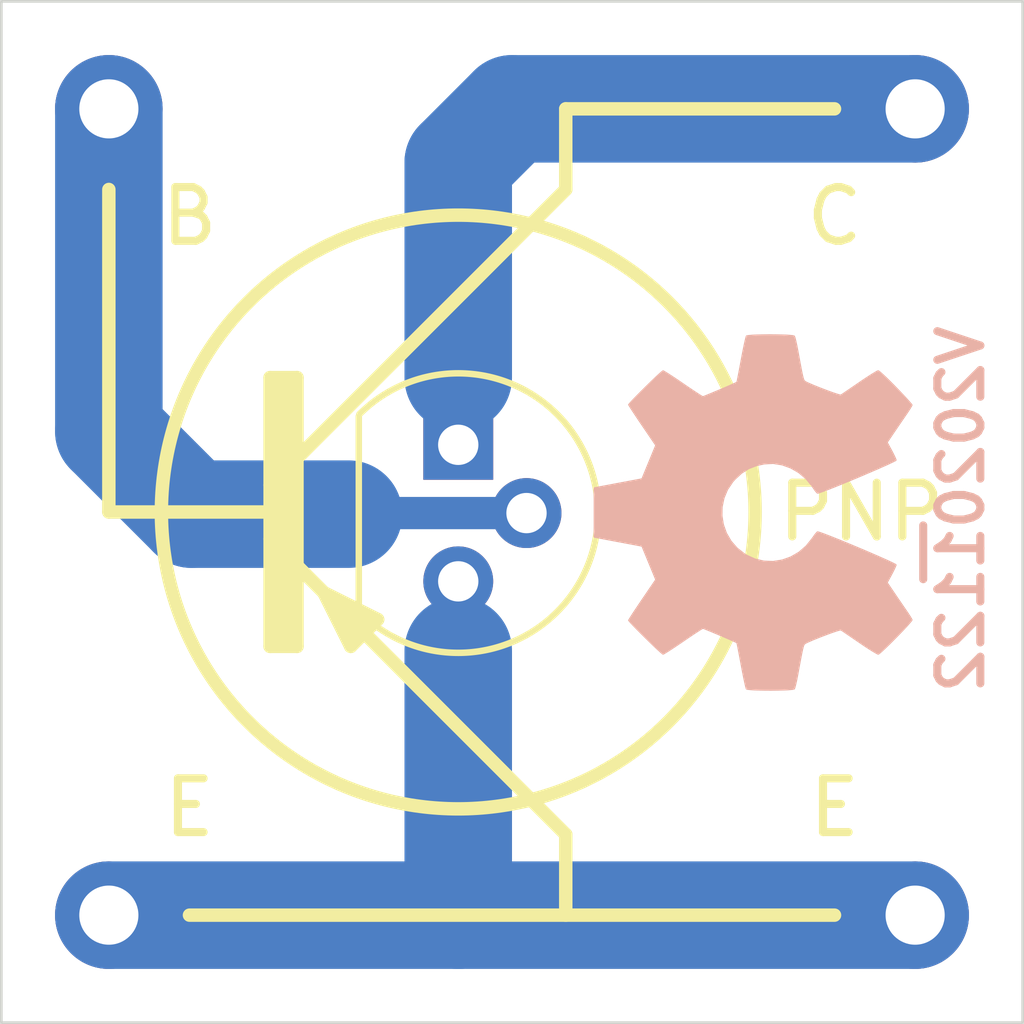
<source format=kicad_pcb>
(kicad_pcb (version 20171130) (host pcbnew 5.1.8-db9833491~87~ubuntu20.04.1)

  (general
    (thickness 1.6)
    (drawings 24)
    (tracks 13)
    (zones 0)
    (modules 7)
    (nets 4)
  )

  (page A4)
  (layers
    (0 F.Cu signal)
    (31 B.Cu signal)
    (32 B.Adhes user)
    (33 F.Adhes user)
    (34 B.Paste user)
    (35 F.Paste user)
    (36 B.SilkS user)
    (37 F.SilkS user)
    (38 B.Mask user)
    (39 F.Mask user)
    (40 Dwgs.User user)
    (41 Cmts.User user)
    (42 Eco1.User user)
    (43 Eco2.User user)
    (44 Edge.Cuts user)
    (45 Margin user)
    (46 B.CrtYd user)
    (47 F.CrtYd user)
    (48 B.Fab user)
    (49 F.Fab user)
  )

  (setup
    (last_trace_width 0.6)
    (user_trace_width 0.2)
    (user_trace_width 0.3)
    (user_trace_width 0.4)
    (user_trace_width 0.6)
    (user_trace_width 0.8)
    (user_trace_width 1)
    (user_trace_width 1.2)
    (user_trace_width 1.4)
    (user_trace_width 1.6)
    (user_trace_width 2)
    (trace_clearance 0.2)
    (zone_clearance 0.508)
    (zone_45_only no)
    (trace_min 0.1524)
    (via_size 0.8)
    (via_drill 0.4)
    (via_min_size 0.381)
    (via_min_drill 0.254)
    (user_via 0.4 0.254)
    (user_via 0.5 0.3)
    (user_via 0.6 0.4)
    (user_via 0.8 0.6)
    (user_via 1.1 0.8)
    (user_via 1.3 1)
    (user_via 1.5 1.2)
    (user_via 1.7 1.4)
    (user_via 1.9 1.6)
    (user_via 2.5 2)
    (uvia_size 0.3)
    (uvia_drill 0.1)
    (uvias_allowed no)
    (uvia_min_size 0.2)
    (uvia_min_drill 0.1)
    (edge_width 0.05)
    (segment_width 0.2)
    (pcb_text_width 0.3)
    (pcb_text_size 1.5 1.5)
    (mod_edge_width 0.25)
    (mod_text_size 0.8 0.8)
    (mod_text_width 0.12)
    (pad_size 1.524 1.524)
    (pad_drill 0.762)
    (pad_to_mask_clearance 0.0762)
    (solder_mask_min_width 0.1016)
    (pad_to_paste_clearance_ratio -0.1)
    (aux_axis_origin 0 0)
    (visible_elements FFFFFF7F)
    (pcbplotparams
      (layerselection 0x010fc_ffffffff)
      (usegerberextensions false)
      (usegerberattributes true)
      (usegerberadvancedattributes true)
      (creategerberjobfile true)
      (excludeedgelayer true)
      (linewidth 0.100000)
      (plotframeref false)
      (viasonmask false)
      (mode 1)
      (useauxorigin false)
      (hpglpennumber 1)
      (hpglpenspeed 20)
      (hpglpendiameter 15.000000)
      (psnegative false)
      (psa4output false)
      (plotreference true)
      (plotvalue true)
      (plotinvisibletext false)
      (padsonsilk false)
      (subtractmaskfromsilk false)
      (outputformat 1)
      (mirror false)
      (drillshape 1)
      (scaleselection 1)
      (outputdirectory ""))
  )

  (net 0 "")
  (net 1 "Net-(J1-Pad1)")
  (net 2 "Net-(J2-Pad1)")
  (net 3 "Net-(J3-Pad1)")

  (net_class Default "This is the default net class."
    (clearance 0.2)
    (trace_width 0.25)
    (via_dia 0.8)
    (via_drill 0.4)
    (uvia_dia 0.3)
    (uvia_drill 0.1)
    (add_net "Net-(J1-Pad1)")
    (add_net "Net-(J2-Pad1)")
    (add_net "Net-(J3-Pad1)")
  )

  (module Package_TO_SOT_THT:TO-92 (layer F.Cu) (tedit 5A279852) (tstamp 5FB591B5)
    (at 148.5 69.25 270)
    (descr "TO-92 leads molded, narrow, drill 0.75mm (see NXP sot054_po.pdf)")
    (tags "to-92 sc-43 sc-43a sot54 PA33 transistor")
    (path /5FB5ABA9)
    (fp_text reference Q1 (at 1.27 0 90) (layer F.Fab)
      (effects (font (size 1 1) (thickness 0.15)))
    )
    (fp_text value BC547 (at 1.27 2.79 90) (layer F.Fab)
      (effects (font (size 1 1) (thickness 0.15)))
    )
    (fp_arc (start 1.27 0) (end 1.27 -2.6) (angle 135) (layer F.SilkS) (width 0.12))
    (fp_arc (start 1.27 0) (end 1.27 -2.48) (angle -135) (layer F.Fab) (width 0.1))
    (fp_arc (start 1.27 0) (end 1.27 -2.6) (angle -135) (layer F.SilkS) (width 0.12))
    (fp_arc (start 1.27 0) (end 1.27 -2.48) (angle 135) (layer F.Fab) (width 0.1))
    (fp_text user %R (at 1.27 0 90) (layer F.Fab)
      (effects (font (size 1 1) (thickness 0.15)))
    )
    (fp_line (start -0.53 1.85) (end 3.07 1.85) (layer F.SilkS) (width 0.12))
    (fp_line (start -0.5 1.75) (end 3 1.75) (layer F.Fab) (width 0.1))
    (fp_line (start -1.46 -2.73) (end 4 -2.73) (layer F.CrtYd) (width 0.05))
    (fp_line (start -1.46 -2.73) (end -1.46 2.01) (layer F.CrtYd) (width 0.05))
    (fp_line (start 4 2.01) (end 4 -2.73) (layer F.CrtYd) (width 0.05))
    (fp_line (start 4 2.01) (end -1.46 2.01) (layer F.CrtYd) (width 0.05))
    (pad 1 thru_hole rect (at 0 0 270) (size 1.3 1.3) (drill 0.75) (layers *.Cu *.Mask)
      (net 3 "Net-(J3-Pad1)"))
    (pad 3 thru_hole circle (at 2.54 0 270) (size 1.3 1.3) (drill 0.75) (layers *.Cu *.Mask)
      (net 2 "Net-(J2-Pad1)"))
    (pad 2 thru_hole circle (at 1.27 -1.27 270) (size 1.3 1.3) (drill 0.75) (layers *.Cu *.Mask)
      (net 1 "Net-(J1-Pad1)"))
    (model ${KISYS3DMOD}/Package_TO_SOT_THT.3dshapes/TO-92.wrl
      (at (xyz 0 0 0))
      (scale (xyz 1 1 1))
      (rotate (xyz 0 0 0))
    )
  )

  (module mill-max:PC_pin_nail_head_6092 locked (layer F.Cu) (tedit 5FB583BD) (tstamp 5FB5E4C9)
    (at 157 78)
    (path /5FB5975F)
    (fp_text reference J4 (at -3 0) (layer F.Fab)
      (effects (font (size 1 1) (thickness 0.15)))
    )
    (fp_text value E (at -1.5 -2) (layer F.SilkS)
      (effects (font (size 1 1) (thickness 0.15)))
    )
    (fp_circle (center 0 0) (end 1.3 0) (layer B.CrtYd) (width 0.025))
    (fp_circle (center 0 0) (end 1.3 0) (layer F.CrtYd) (width 0.025))
    (pad 1 thru_hole circle (at 0 0) (size 2 2) (drill 1.1) (layers *.Cu *.Mask)
      (net 2 "Net-(J2-Pad1)"))
  )

  (module mill-max:PC_pin_nail_head_6092 locked (layer F.Cu) (tedit 5FB583BD) (tstamp 5FB5E4C2)
    (at 157 63)
    (path /5FB592C5)
    (fp_text reference J3 (at -3 0) (layer F.Fab)
      (effects (font (size 1 1) (thickness 0.15)))
    )
    (fp_text value C (at -1.5 2) (layer F.SilkS)
      (effects (font (size 1 1) (thickness 0.15)))
    )
    (fp_circle (center 0 0) (end 1.3 0) (layer B.CrtYd) (width 0.025))
    (fp_circle (center 0 0) (end 1.3 0) (layer F.CrtYd) (width 0.025))
    (pad 1 thru_hole circle (at 0 0) (size 2 2) (drill 1.1) (layers *.Cu *.Mask)
      (net 3 "Net-(J3-Pad1)"))
  )

  (module mill-max:PC_pin_nail_head_6092 locked (layer F.Cu) (tedit 5FB583BD) (tstamp 5FB5E4BB)
    (at 142 78)
    (path /5FB58352)
    (fp_text reference J2 (at 3 0) (layer F.Fab)
      (effects (font (size 1 1) (thickness 0.15)))
    )
    (fp_text value E (at 1.5 -2) (layer F.SilkS)
      (effects (font (size 1 1) (thickness 0.15)))
    )
    (fp_circle (center 0 0) (end 1.3 0) (layer B.CrtYd) (width 0.025))
    (fp_circle (center 0 0) (end 1.3 0) (layer F.CrtYd) (width 0.025))
    (pad 1 thru_hole circle (at 0 0) (size 2 2) (drill 1.1) (layers *.Cu *.Mask)
      (net 2 "Net-(J2-Pad1)"))
  )

  (module mill-max:PC_pin_nail_head_6092 locked (layer F.Cu) (tedit 5FB583BD) (tstamp 5FB5E4B4)
    (at 142 63)
    (path /5FB58B49)
    (fp_text reference J1 (at 3 0) (layer F.Fab)
      (effects (font (size 1 1) (thickness 0.15)))
    )
    (fp_text value B (at 1.5 2) (layer F.SilkS)
      (effects (font (size 1 1) (thickness 0.15)))
    )
    (fp_circle (center 0 0) (end 1.3 0) (layer B.CrtYd) (width 0.025))
    (fp_circle (center 0 0) (end 1.3 0) (layer F.CrtYd) (width 0.025))
    (pad 1 thru_hole circle (at 0 0) (size 2 2) (drill 1.1) (layers *.Cu *.Mask)
      (net 1 "Net-(J1-Pad1)"))
  )

  (module Symbol:OSHW-Symbol_6.7x6mm_SilkScreen (layer B.Cu) (tedit 0) (tstamp 5EE12086)
    (at 154 70.5 270)
    (descr "Open Source Hardware Symbol")
    (tags "Logo Symbol OSHW")
    (path /5EE13678)
    (attr virtual)
    (fp_text reference N2 (at 0 0 90) (layer B.SilkS) hide
      (effects (font (size 1 1) (thickness 0.15)) (justify mirror))
    )
    (fp_text value OHWLOGO (at 0.75 0 90) (layer B.Fab) hide
      (effects (font (size 1 1) (thickness 0.15)) (justify mirror))
    )
    (fp_poly (pts (xy 0.555814 2.531069) (xy 0.639635 2.086445) (xy 0.94892 1.958947) (xy 1.258206 1.831449)
      (xy 1.629246 2.083754) (xy 1.733157 2.154004) (xy 1.827087 2.216728) (xy 1.906652 2.269062)
      (xy 1.96747 2.308143) (xy 2.005157 2.331107) (xy 2.015421 2.336058) (xy 2.03391 2.323324)
      (xy 2.07342 2.288118) (xy 2.129522 2.234938) (xy 2.197787 2.168282) (xy 2.273786 2.092646)
      (xy 2.353092 2.012528) (xy 2.431275 1.932426) (xy 2.503907 1.856836) (xy 2.566559 1.790255)
      (xy 2.614803 1.737182) (xy 2.64421 1.702113) (xy 2.651241 1.690377) (xy 2.641123 1.66874)
      (xy 2.612759 1.621338) (xy 2.569129 1.552807) (xy 2.513218 1.467785) (xy 2.448006 1.370907)
      (xy 2.410219 1.31565) (xy 2.341343 1.214752) (xy 2.28014 1.123701) (xy 2.229578 1.04703)
      (xy 2.192628 0.989272) (xy 2.172258 0.954957) (xy 2.169197 0.947746) (xy 2.176136 0.927252)
      (xy 2.195051 0.879487) (xy 2.223087 0.811168) (xy 2.257391 0.729011) (xy 2.295109 0.63973)
      (xy 2.333387 0.550042) (xy 2.36937 0.466662) (xy 2.400206 0.396306) (xy 2.423039 0.34569)
      (xy 2.435017 0.321529) (xy 2.435724 0.320578) (xy 2.454531 0.315964) (xy 2.504618 0.305672)
      (xy 2.580793 0.290713) (xy 2.677865 0.272099) (xy 2.790643 0.250841) (xy 2.856442 0.238582)
      (xy 2.97695 0.215638) (xy 3.085797 0.193805) (xy 3.177476 0.174278) (xy 3.246481 0.158252)
      (xy 3.287304 0.146921) (xy 3.295511 0.143326) (xy 3.303548 0.118994) (xy 3.310033 0.064041)
      (xy 3.31497 -0.015108) (xy 3.318364 -0.112026) (xy 3.320218 -0.220287) (xy 3.320538 -0.333465)
      (xy 3.319327 -0.445135) (xy 3.31659 -0.548868) (xy 3.312331 -0.638241) (xy 3.306555 -0.706826)
      (xy 3.299267 -0.748197) (xy 3.294895 -0.75681) (xy 3.268764 -0.767133) (xy 3.213393 -0.781892)
      (xy 3.136107 -0.799352) (xy 3.04423 -0.81778) (xy 3.012158 -0.823741) (xy 2.857524 -0.852066)
      (xy 2.735375 -0.874876) (xy 2.641673 -0.89308) (xy 2.572384 -0.907583) (xy 2.523471 -0.919292)
      (xy 2.490897 -0.929115) (xy 2.470628 -0.937956) (xy 2.458626 -0.946724) (xy 2.456947 -0.948457)
      (xy 2.440184 -0.976371) (xy 2.414614 -1.030695) (xy 2.382788 -1.104777) (xy 2.34726 -1.191965)
      (xy 2.310583 -1.285608) (xy 2.275311 -1.379052) (xy 2.243996 -1.465647) (xy 2.219193 -1.53874)
      (xy 2.203454 -1.591678) (xy 2.199332 -1.617811) (xy 2.199676 -1.618726) (xy 2.213641 -1.640086)
      (xy 2.245322 -1.687084) (xy 2.291391 -1.754827) (xy 2.348518 -1.838423) (xy 2.413373 -1.932982)
      (xy 2.431843 -1.959854) (xy 2.497699 -2.057275) (xy 2.55565 -2.146163) (xy 2.602538 -2.221412)
      (xy 2.635207 -2.27792) (xy 2.6505 -2.310581) (xy 2.651241 -2.314593) (xy 2.638392 -2.335684)
      (xy 2.602888 -2.377464) (xy 2.549293 -2.435445) (xy 2.482171 -2.505135) (xy 2.406087 -2.582045)
      (xy 2.325604 -2.661683) (xy 2.245287 -2.739561) (xy 2.169699 -2.811186) (xy 2.103405 -2.87207)
      (xy 2.050969 -2.917721) (xy 2.016955 -2.94365) (xy 2.007545 -2.947883) (xy 1.985643 -2.937912)
      (xy 1.9408 -2.91102) (xy 1.880321 -2.871736) (xy 1.833789 -2.840117) (xy 1.749475 -2.782098)
      (xy 1.649626 -2.713784) (xy 1.549473 -2.645579) (xy 1.495627 -2.609075) (xy 1.313371 -2.4858)
      (xy 1.160381 -2.56852) (xy 1.090682 -2.604759) (xy 1.031414 -2.632926) (xy 0.991311 -2.648991)
      (xy 0.981103 -2.651226) (xy 0.968829 -2.634722) (xy 0.944613 -2.588082) (xy 0.910263 -2.515609)
      (xy 0.867588 -2.421606) (xy 0.818394 -2.310374) (xy 0.76449 -2.186215) (xy 0.707684 -2.053432)
      (xy 0.649782 -1.916327) (xy 0.592593 -1.779202) (xy 0.537924 -1.646358) (xy 0.487584 -1.522098)
      (xy 0.44338 -1.410725) (xy 0.407119 -1.316539) (xy 0.380609 -1.243844) (xy 0.365658 -1.196941)
      (xy 0.363254 -1.180833) (xy 0.382311 -1.160286) (xy 0.424036 -1.126933) (xy 0.479706 -1.087702)
      (xy 0.484378 -1.084599) (xy 0.628264 -0.969423) (xy 0.744283 -0.835053) (xy 0.83143 -0.685784)
      (xy 0.888699 -0.525913) (xy 0.915086 -0.359737) (xy 0.909585 -0.191552) (xy 0.87119 -0.025655)
      (xy 0.798895 0.133658) (xy 0.777626 0.168513) (xy 0.666996 0.309263) (xy 0.536302 0.422286)
      (xy 0.390064 0.506997) (xy 0.232808 0.562806) (xy 0.069057 0.589126) (xy -0.096667 0.58537)
      (xy -0.259838 0.55095) (xy -0.415935 0.485277) (xy -0.560433 0.387765) (xy -0.605131 0.348187)
      (xy -0.718888 0.224297) (xy -0.801782 0.093876) (xy -0.858644 -0.052315) (xy -0.890313 -0.197088)
      (xy -0.898131 -0.35986) (xy -0.872062 -0.52344) (xy -0.814755 -0.682298) (xy -0.728856 -0.830906)
      (xy -0.617014 -0.963735) (xy -0.481877 -1.075256) (xy -0.464117 -1.087011) (xy -0.40785 -1.125508)
      (xy -0.365077 -1.158863) (xy -0.344628 -1.18016) (xy -0.344331 -1.180833) (xy -0.348721 -1.203871)
      (xy -0.366124 -1.256157) (xy -0.394732 -1.33339) (xy -0.432735 -1.431268) (xy -0.478326 -1.545491)
      (xy -0.529697 -1.671758) (xy -0.585038 -1.805767) (xy -0.642542 -1.943218) (xy -0.700399 -2.079808)
      (xy -0.756802 -2.211237) (xy -0.809942 -2.333205) (xy -0.85801 -2.441409) (xy -0.899199 -2.531549)
      (xy -0.931699 -2.599323) (xy -0.953703 -2.64043) (xy -0.962564 -2.651226) (xy -0.98964 -2.642819)
      (xy -1.040303 -2.620272) (xy -1.105817 -2.587613) (xy -1.141841 -2.56852) (xy -1.294832 -2.4858)
      (xy -1.477088 -2.609075) (xy -1.570125 -2.672228) (xy -1.671985 -2.741727) (xy -1.767438 -2.807165)
      (xy -1.81525 -2.840117) (xy -1.882495 -2.885273) (xy -1.939436 -2.921057) (xy -1.978646 -2.942938)
      (xy -1.991381 -2.947563) (xy -2.009917 -2.935085) (xy -2.050941 -2.900252) (xy -2.110475 -2.846678)
      (xy -2.184542 -2.777983) (xy -2.269165 -2.697781) (xy -2.322685 -2.646286) (xy -2.416319 -2.554286)
      (xy -2.497241 -2.471999) (xy -2.562177 -2.402945) (xy -2.607858 -2.350644) (xy -2.631011 -2.318616)
      (xy -2.633232 -2.312116) (xy -2.622924 -2.287394) (xy -2.594439 -2.237405) (xy -2.550937 -2.167212)
      (xy -2.495577 -2.081875) (xy -2.43152 -1.986456) (xy -2.413303 -1.959854) (xy -2.346927 -1.863167)
      (xy -2.287378 -1.776117) (xy -2.237984 -1.703595) (xy -2.202075 -1.650493) (xy -2.182981 -1.621703)
      (xy -2.181136 -1.618726) (xy -2.183895 -1.595782) (xy -2.198538 -1.545336) (xy -2.222513 -1.474041)
      (xy -2.253266 -1.388547) (xy -2.288244 -1.295507) (xy -2.324893 -1.201574) (xy -2.360661 -1.113399)
      (xy -2.392994 -1.037634) (xy -2.419338 -0.980931) (xy -2.437142 -0.949943) (xy -2.438407 -0.948457)
      (xy -2.449294 -0.939601) (xy -2.467682 -0.930843) (xy -2.497606 -0.921277) (xy -2.543103 -0.909996)
      (xy -2.608209 -0.896093) (xy -2.696961 -0.878663) (xy -2.813393 -0.856798) (xy -2.961542 -0.829591)
      (xy -2.993618 -0.823741) (xy -3.088686 -0.805374) (xy -3.171565 -0.787405) (xy -3.23493 -0.771569)
      (xy -3.271458 -0.7596) (xy -3.276356 -0.75681) (xy -3.284427 -0.732072) (xy -3.290987 -0.67679)
      (xy -3.296033 -0.597389) (xy -3.299559 -0.500296) (xy -3.301561 -0.391938) (xy -3.302036 -0.27874)
      (xy -3.300977 -0.167128) (xy -3.298382 -0.063529) (xy -3.294246 0.025632) (xy -3.288563 0.093928)
      (xy -3.281331 0.134934) (xy -3.276971 0.143326) (xy -3.252698 0.151792) (xy -3.197426 0.165565)
      (xy -3.116662 0.18345) (xy -3.015912 0.204252) (xy -2.900683 0.226777) (xy -2.837902 0.238582)
      (xy -2.718787 0.260849) (xy -2.612565 0.281021) (xy -2.524427 0.298085) (xy -2.459566 0.311031)
      (xy -2.423174 0.318845) (xy -2.417184 0.320578) (xy -2.407061 0.34011) (xy -2.385662 0.387157)
      (xy -2.355839 0.454997) (xy -2.320445 0.536909) (xy -2.282332 0.626172) (xy -2.244353 0.716065)
      (xy -2.20936 0.799865) (xy -2.180206 0.870853) (xy -2.159743 0.922306) (xy -2.150823 0.947503)
      (xy -2.150657 0.948604) (xy -2.160769 0.968481) (xy -2.189117 1.014223) (xy -2.232723 1.081283)
      (xy -2.288606 1.165116) (xy -2.353787 1.261174) (xy -2.391679 1.31635) (xy -2.460725 1.417519)
      (xy -2.52205 1.50937) (xy -2.572663 1.587256) (xy -2.609571 1.646531) (xy -2.629782 1.682549)
      (xy -2.632701 1.690623) (xy -2.620153 1.709416) (xy -2.585463 1.749543) (xy -2.533063 1.806507)
      (xy -2.467384 1.875815) (xy -2.392856 1.952969) (xy -2.313913 2.033475) (xy -2.234983 2.112837)
      (xy -2.1605 2.18656) (xy -2.094894 2.250148) (xy -2.042596 2.299106) (xy -2.008039 2.328939)
      (xy -1.996478 2.336058) (xy -1.977654 2.326047) (xy -1.932631 2.297922) (xy -1.865787 2.254546)
      (xy -1.781499 2.198782) (xy -1.684144 2.133494) (xy -1.610707 2.083754) (xy -1.239667 1.831449)
      (xy -0.621095 2.086445) (xy -0.537275 2.531069) (xy -0.453454 2.975693) (xy 0.471994 2.975693)
      (xy 0.555814 2.531069)) (layer B.SilkS) (width 0.01))
  )

  (module SquantorLabels:Label_Generic (layer B.Cu) (tedit 5D8A7D4C) (tstamp 5EE12051)
    (at 157.75 71.25 90)
    (descr "Label for general purpose use")
    (tags Label)
    (path /5EE12BF3)
    (attr smd)
    (fp_text reference N1 (at 0 -1.85 90) (layer B.Fab) hide
      (effects (font (size 1 1) (thickness 0.15)) (justify mirror))
    )
    (fp_text value V20201122 (at 0.8 0.1 90) (layer B.SilkS)
      (effects (font (size 0.8 0.8) (thickness 0.15)) (justify mirror))
    )
    (fp_line (start -0.5 -0.6) (end 0.5 -0.6) (layer B.SilkS) (width 0.15))
  )

  (gr_poly (pts (xy 147 72.5) (xy 146.5 73) (xy 146 72)) (layer F.SilkS) (width 0.1))
  (gr_line (start 146.5 73) (end 146 72) (layer F.SilkS) (width 0.25) (tstamp 5FB58F96))
  (gr_line (start 147 72.5) (end 146.5 73) (layer F.SilkS) (width 0.25))
  (gr_line (start 146 72) (end 147 72.5) (layer F.SilkS) (width 0.25))
  (gr_poly (pts (xy 145.5 73) (xy 145 73) (xy 145 68) (xy 145.5 68)) (layer F.SilkS) (width 0.1))
  (gr_line (start 150.5 63) (end 155.5 63) (layer F.SilkS) (width 0.25))
  (gr_line (start 150.5 64.5) (end 150.5 63) (layer F.SilkS) (width 0.25))
  (gr_line (start 145 70) (end 150.5 64.5) (layer F.SilkS) (width 0.25))
  (gr_line (start 150.5 76.5) (end 145 71) (layer F.SilkS) (width 0.25))
  (gr_line (start 150.5 78) (end 150.5 76.5) (layer F.SilkS) (width 0.25))
  (gr_line (start 145 73) (end 145 70.5) (layer F.SilkS) (width 0.25) (tstamp 5FB592BA))
  (gr_line (start 145.5 73) (end 145 73) (layer F.SilkS) (width 0.25))
  (gr_line (start 145.5 68) (end 145.5 73) (layer F.SilkS) (width 0.25))
  (gr_line (start 145 68) (end 145.5 68) (layer F.SilkS) (width 0.25))
  (gr_line (start 145 70.5) (end 145 68) (layer F.SilkS) (width 0.25))
  (gr_line (start 142 70.5) (end 145 70.5) (layer F.SilkS) (width 0.25))
  (gr_line (start 142 64.5) (end 142 70.5) (layer F.SilkS) (width 0.25))
  (gr_text PNP (at 156 70.5) (layer F.SilkS)
    (effects (font (size 1 1) (thickness 0.15)))
  )
  (gr_circle (center 148.5 70.5) (end 154 71) (layer F.SilkS) (width 0.25))
  (gr_line (start 143.5 78) (end 155.5 78) (layer F.SilkS) (width 0.25))
  (gr_line (start 159 61) (end 140 61) (layer Edge.Cuts) (width 0.05) (tstamp 5FB5E506))
  (gr_line (start 159 61) (end 159 80) (layer Edge.Cuts) (width 0.05) (tstamp 5FB5E4FA))
  (gr_line (start 140 80) (end 159 80) (layer Edge.Cuts) (width 0.05) (tstamp 5FB5E4F5))
  (gr_line (start 140 80) (end 140 61) (layer Edge.Cuts) (width 0.05))

  (segment (start 142 69) (end 142 63) (width 2) (layer B.Cu) (net 1))
  (segment (start 143.54 70.54) (end 142 69) (width 2) (layer B.Cu) (net 1))
  (segment (start 143.54 70.54) (end 146.46 70.54) (width 2) (layer B.Cu) (net 1))
  (segment (start 146.48 70.52) (end 146.46 70.54) (width 0.6) (layer B.Cu) (net 1))
  (segment (start 149.77 70.52) (end 146.48 70.52) (width 0.6) (layer B.Cu) (net 1))
  (segment (start 148.5 73.08) (end 148.5 78) (width 2) (layer B.Cu) (net 2))
  (segment (start 148.5 78) (end 157 78) (width 2) (layer B.Cu) (net 2))
  (segment (start 142 78) (end 148.5 78) (width 2) (layer B.Cu) (net 2))
  (segment (start 148.5 73.08) (end 148.5 71.79) (width 0.6) (layer B.Cu) (net 2))
  (segment (start 148.5 68) (end 148.5 64) (width 2) (layer B.Cu) (net 3))
  (segment (start 149.5 63) (end 157 63) (width 2) (layer B.Cu) (net 3))
  (segment (start 148.5 64) (end 149.5 63) (width 2) (layer B.Cu) (net 3))
  (segment (start 148.5 69.25) (end 148.5 68) (width 0.6) (layer B.Cu) (net 3))

)

</source>
